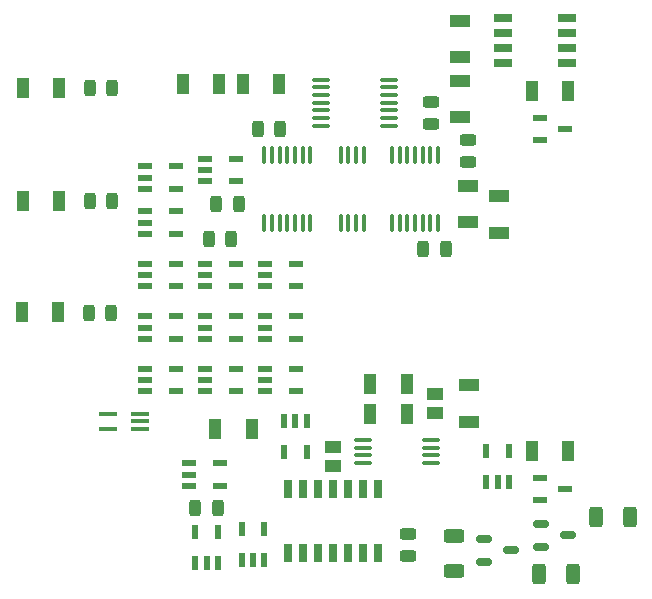
<source format=gbr>
%TF.GenerationSoftware,KiCad,Pcbnew,8.0.0*%
%TF.CreationDate,2024-04-17T18:01:46+02:00*%
%TF.ProjectId,TSAL,5453414c-2e6b-4696-9361-645f70636258,V2.0*%
%TF.SameCoordinates,Original*%
%TF.FileFunction,Paste,Top*%
%TF.FilePolarity,Positive*%
%FSLAX46Y46*%
G04 Gerber Fmt 4.6, Leading zero omitted, Abs format (unit mm)*
G04 Created by KiCad (PCBNEW 8.0.0) date 2024-04-17 18:01:46*
%MOMM*%
%LPD*%
G01*
G04 APERTURE LIST*
G04 Aperture macros list*
%AMRoundRect*
0 Rectangle with rounded corners*
0 $1 Rounding radius*
0 $2 $3 $4 $5 $6 $7 $8 $9 X,Y pos of 4 corners*
0 Add a 4 corners polygon primitive as box body*
4,1,4,$2,$3,$4,$5,$6,$7,$8,$9,$2,$3,0*
0 Add four circle primitives for the rounded corners*
1,1,$1+$1,$2,$3*
1,1,$1+$1,$4,$5*
1,1,$1+$1,$6,$7*
1,1,$1+$1,$8,$9*
0 Add four rect primitives between the rounded corners*
20,1,$1+$1,$2,$3,$4,$5,0*
20,1,$1+$1,$4,$5,$6,$7,0*
20,1,$1+$1,$6,$7,$8,$9,0*
20,1,$1+$1,$8,$9,$2,$3,0*%
G04 Aperture macros list end*
%ADD10RoundRect,0.243750X0.243750X0.456250X-0.243750X0.456250X-0.243750X-0.456250X0.243750X-0.456250X0*%
%ADD11RoundRect,0.250000X0.625000X-0.312500X0.625000X0.312500X-0.625000X0.312500X-0.625000X-0.312500X0*%
%ADD12R,1.150000X0.600000*%
%ADD13R,1.050000X1.800000*%
%ADD14R,1.528000X0.650000*%
%ADD15RoundRect,0.243750X-0.243750X-0.456250X0.243750X-0.456250X0.243750X0.456250X-0.243750X0.456250X0*%
%ADD16R,1.800000X1.050000*%
%ADD17R,1.470000X1.070000*%
%ADD18RoundRect,0.100000X-0.100000X0.637500X-0.100000X-0.637500X0.100000X-0.637500X0.100000X0.637500X0*%
%ADD19R,1.300000X0.600000*%
%ADD20RoundRect,0.243750X-0.456250X0.243750X-0.456250X-0.243750X0.456250X-0.243750X0.456250X0.243750X0*%
%ADD21RoundRect,0.250000X-0.312500X-0.625000X0.312500X-0.625000X0.312500X0.625000X-0.312500X0.625000X0*%
%ADD22RoundRect,0.100000X-0.637500X-0.100000X0.637500X-0.100000X0.637500X0.100000X-0.637500X0.100000X0*%
%ADD23R,0.650000X1.525000*%
%ADD24RoundRect,0.150000X-0.512500X-0.150000X0.512500X-0.150000X0.512500X0.150000X-0.512500X0.150000X0*%
%ADD25R,0.600000X1.150000*%
%ADD26R,1.500000X0.400000*%
%ADD27RoundRect,0.250000X0.312500X0.625000X-0.312500X0.625000X-0.312500X-0.625000X0.312500X-0.625000X0*%
%ADD28RoundRect,0.100000X0.100000X-0.637500X0.100000X0.637500X-0.100000X0.637500X-0.100000X-0.637500X0*%
G04 APERTURE END LIST*
D10*
%TO.C,D5*%
X119047500Y-48260000D03*
X117172500Y-48260000D03*
%TD*%
D11*
%TO.C,R38*%
X137287000Y-79313500D03*
X137287000Y-76388500D03*
%TD*%
D12*
%TO.C,G5*%
X116205000Y-57790000D03*
X116205000Y-58740000D03*
X116205000Y-59690000D03*
X118805000Y-59690000D03*
X118805000Y-57790000D03*
%TD*%
D13*
%TO.C,R2*%
X103860000Y-38465000D03*
X100760000Y-38465000D03*
%TD*%
D14*
%TO.C,TI1*%
X141434000Y-32497500D03*
X141434000Y-33767500D03*
X141434000Y-35037500D03*
X141434000Y-36307500D03*
X146856000Y-36307500D03*
X146856000Y-35037500D03*
X146856000Y-33767500D03*
X146856000Y-32497500D03*
%TD*%
D13*
%TO.C,R6*%
X143865000Y-69215000D03*
X146965000Y-69215000D03*
%TD*%
D15*
%TO.C,D3*%
X106452500Y-47990000D03*
X108327500Y-47990000D03*
%TD*%
D16*
%TO.C,R23*%
X137795000Y-35840000D03*
X137795000Y-32740000D03*
%TD*%
D17*
%TO.C,C23*%
X127000000Y-70474000D03*
X127000000Y-68834000D03*
%TD*%
D18*
%TO.C,CP4*%
X135935000Y-44127500D03*
X135285000Y-44127500D03*
X134635000Y-44127500D03*
X133985000Y-44127500D03*
X133335000Y-44127500D03*
X132685000Y-44127500D03*
X132035000Y-44127500D03*
X132035000Y-49852500D03*
X132685000Y-49852500D03*
X133335000Y-49852500D03*
X133985000Y-49852500D03*
X134635000Y-49852500D03*
X135285000Y-49852500D03*
X135935000Y-49852500D03*
%TD*%
D19*
%TO.C,Q2*%
X144585000Y-40960000D03*
X144585000Y-42860000D03*
X146685000Y-41910000D03*
%TD*%
D20*
%TO.C,D2*%
X133350000Y-76200000D03*
X133350000Y-78075000D03*
%TD*%
D16*
%TO.C,R30*%
X138557000Y-66701000D03*
X138557000Y-63601000D03*
%TD*%
D21*
%TO.C,R40*%
X144460500Y-79629000D03*
X147385500Y-79629000D03*
%TD*%
D13*
%TO.C,R20*%
X117068000Y-67310000D03*
X120168000Y-67310000D03*
%TD*%
D22*
%TO.C,CP5*%
X129598500Y-68240000D03*
X129598500Y-68890000D03*
X129598500Y-69540000D03*
X129598500Y-70190000D03*
X135323500Y-70190000D03*
X135323500Y-69540000D03*
X135323500Y-68890000D03*
X135323500Y-68240000D03*
%TD*%
D16*
%TO.C,R24*%
X137795000Y-40920000D03*
X137795000Y-37820000D03*
%TD*%
D10*
%TO.C,D9*%
X118405950Y-51243969D03*
X116530950Y-51243969D03*
%TD*%
D18*
%TO.C,CP3*%
X125109800Y-49871200D03*
X124459800Y-49871200D03*
X123809800Y-49871200D03*
X123159800Y-49871200D03*
X122509800Y-49871200D03*
X121859800Y-49871200D03*
X121209800Y-49871200D03*
X121209800Y-44146200D03*
X121859800Y-44146200D03*
X122509800Y-44146200D03*
X123159800Y-44146200D03*
X123809800Y-44146200D03*
X124459800Y-44146200D03*
X125109800Y-44146200D03*
%TD*%
D23*
%TO.C,DL1*%
X123190000Y-77814000D03*
X124460000Y-77814000D03*
X125730000Y-77814000D03*
X127000000Y-77814000D03*
X128270000Y-77814000D03*
X129540000Y-77814000D03*
X130810000Y-77814000D03*
X130810000Y-72390000D03*
X129540000Y-72390000D03*
X128270000Y-72390000D03*
X127000000Y-72390000D03*
X125730000Y-72390000D03*
X124460000Y-72390000D03*
X123190000Y-72390000D03*
%TD*%
D13*
%TO.C,R7*%
X103785000Y-57375000D03*
X100685000Y-57375000D03*
%TD*%
D12*
%TO.C,G3*%
X111155000Y-53345000D03*
X111155000Y-54295000D03*
X111155000Y-55245000D03*
X113755000Y-55245000D03*
X113755000Y-53345000D03*
%TD*%
%TO.C,G13*%
X121315000Y-57790000D03*
X121315000Y-58740000D03*
X121315000Y-59690000D03*
X123915000Y-59690000D03*
X123915000Y-57790000D03*
%TD*%
D16*
%TO.C,R25*%
X138430000Y-46710000D03*
X138430000Y-49810000D03*
%TD*%
D19*
%TO.C,Q1*%
X144585000Y-71440000D03*
X144585000Y-73340000D03*
X146685000Y-72390000D03*
%TD*%
D24*
%TO.C,Q3*%
X144658500Y-75377000D03*
X144658500Y-77277000D03*
X146933500Y-76327000D03*
%TD*%
D12*
%TO.C,G12*%
X121315000Y-53345000D03*
X121315000Y-54295000D03*
X121315000Y-55245000D03*
X123915000Y-55245000D03*
X123915000Y-53345000D03*
%TD*%
%TO.C,G10*%
X116235000Y-44450000D03*
X116235000Y-45400000D03*
X116235000Y-46350000D03*
X118835000Y-46350000D03*
X118835000Y-44450000D03*
%TD*%
%TO.C,G4*%
X111155000Y-57790000D03*
X111155000Y-58740000D03*
X111155000Y-59690000D03*
X113755000Y-59690000D03*
X113755000Y-57790000D03*
%TD*%
%TO.C,G9*%
X116205000Y-53345000D03*
X116205000Y-54295000D03*
X116205000Y-55245000D03*
X118805000Y-55245000D03*
X118805000Y-53345000D03*
%TD*%
D13*
%TO.C,R22*%
X122480000Y-38100000D03*
X119380000Y-38100000D03*
%TD*%
D12*
%TO.C,G2*%
X111125000Y-48895000D03*
X111125000Y-49845000D03*
X111125000Y-50795000D03*
X113725000Y-50795000D03*
X113725000Y-48895000D03*
%TD*%
%TO.C,CP1*%
X114879600Y-70236000D03*
X114879600Y-71186000D03*
X114879600Y-72136000D03*
X117479600Y-72136000D03*
X117479600Y-70236000D03*
%TD*%
D25*
%TO.C,G14*%
X124794648Y-66646481D03*
X123844648Y-66646481D03*
X122894648Y-66646481D03*
X122894648Y-69246481D03*
X124794648Y-69246481D03*
%TD*%
D17*
%TO.C,C22*%
X135636000Y-64331000D03*
X135636000Y-65971000D03*
%TD*%
D12*
%TO.C,G1*%
X111125000Y-45085000D03*
X111125000Y-46035000D03*
X111125000Y-46985000D03*
X113725000Y-46985000D03*
X113725000Y-45085000D03*
%TD*%
D13*
%TO.C,R18*%
X143865000Y-38735000D03*
X146965000Y-38735000D03*
%TD*%
D25*
%TO.C,G16*%
X119319000Y-78389000D03*
X120269000Y-78389000D03*
X121219000Y-78389000D03*
X121219000Y-75789000D03*
X119319000Y-75789000D03*
%TD*%
D13*
%TO.C,R26*%
X133312500Y-63500000D03*
X130212500Y-63500000D03*
%TD*%
D12*
%TO.C,G7*%
X111155000Y-62235000D03*
X111155000Y-63185000D03*
X111155000Y-64135000D03*
X113755000Y-64135000D03*
X113755000Y-62235000D03*
%TD*%
%TO.C,G11*%
X121315000Y-62235000D03*
X121315000Y-63185000D03*
X121315000Y-64135000D03*
X123915000Y-64135000D03*
X123915000Y-62235000D03*
%TD*%
D20*
%TO.C,D11*%
X135339243Y-39618325D03*
X135339243Y-41493325D03*
%TD*%
D13*
%TO.C,R4*%
X103860000Y-47990000D03*
X100760000Y-47990000D03*
%TD*%
%TO.C,R21*%
X117400000Y-38100000D03*
X114300000Y-38100000D03*
%TD*%
%TO.C,R27*%
X130212500Y-66040000D03*
X133312500Y-66040000D03*
%TD*%
D15*
%TO.C,D10*%
X120680000Y-41910000D03*
X122555000Y-41910000D03*
%TD*%
%TO.C,D4*%
X106377500Y-57515000D03*
X108252500Y-57515000D03*
%TD*%
%TO.C,D1*%
X106452500Y-38465000D03*
X108327500Y-38465000D03*
%TD*%
D10*
%TO.C,D8*%
X136568634Y-52080993D03*
X134693634Y-52080993D03*
%TD*%
D22*
%TO.C,U1*%
X126042500Y-37747159D03*
X126042500Y-38397159D03*
X126042500Y-39047159D03*
X126042500Y-39697159D03*
X126042500Y-40347159D03*
X126042500Y-40997159D03*
X126042500Y-41647159D03*
X131767500Y-41647159D03*
X131767500Y-40997159D03*
X131767500Y-40347159D03*
X131767500Y-39697159D03*
X131767500Y-39047159D03*
X131767500Y-38397159D03*
X131767500Y-37747159D03*
%TD*%
D26*
%TO.C,U2*%
X110677000Y-67325000D03*
X110677000Y-66675000D03*
X110677000Y-66025000D03*
X108017000Y-66025000D03*
X108017000Y-67325000D03*
%TD*%
D25*
%TO.C,G8*%
X140020000Y-71785000D03*
X140970000Y-71785000D03*
X141920000Y-71785000D03*
X141920000Y-69185000D03*
X140020000Y-69185000D03*
%TD*%
D12*
%TO.C,G6*%
X116235000Y-62235000D03*
X116235000Y-63185000D03*
X116235000Y-64135000D03*
X118835000Y-64135000D03*
X118835000Y-62235000D03*
%TD*%
D15*
%TO.C,D6*%
X115394500Y-74041000D03*
X117269500Y-74041000D03*
%TD*%
D25*
%TO.C,G15*%
X115382000Y-78643000D03*
X116332000Y-78643000D03*
X117282000Y-78643000D03*
X117282000Y-76043000D03*
X115382000Y-76043000D03*
%TD*%
D20*
%TO.C,D7*%
X138430000Y-42877500D03*
X138430000Y-44752500D03*
%TD*%
D27*
%TO.C,R37*%
X152211500Y-74803000D03*
X149286500Y-74803000D03*
%TD*%
D28*
%TO.C,CP2*%
X127676000Y-44127500D03*
X128326000Y-44127500D03*
X128976000Y-44127500D03*
X129626000Y-44127500D03*
X129626000Y-49852500D03*
X128976000Y-49852500D03*
X128326000Y-49852500D03*
X127676000Y-49852500D03*
%TD*%
D16*
%TO.C,R28*%
X141096870Y-50726974D03*
X141096870Y-47626974D03*
%TD*%
D24*
%TO.C,Q4*%
X139832500Y-76647000D03*
X139832500Y-78547000D03*
X142107500Y-77597000D03*
%TD*%
M02*

</source>
